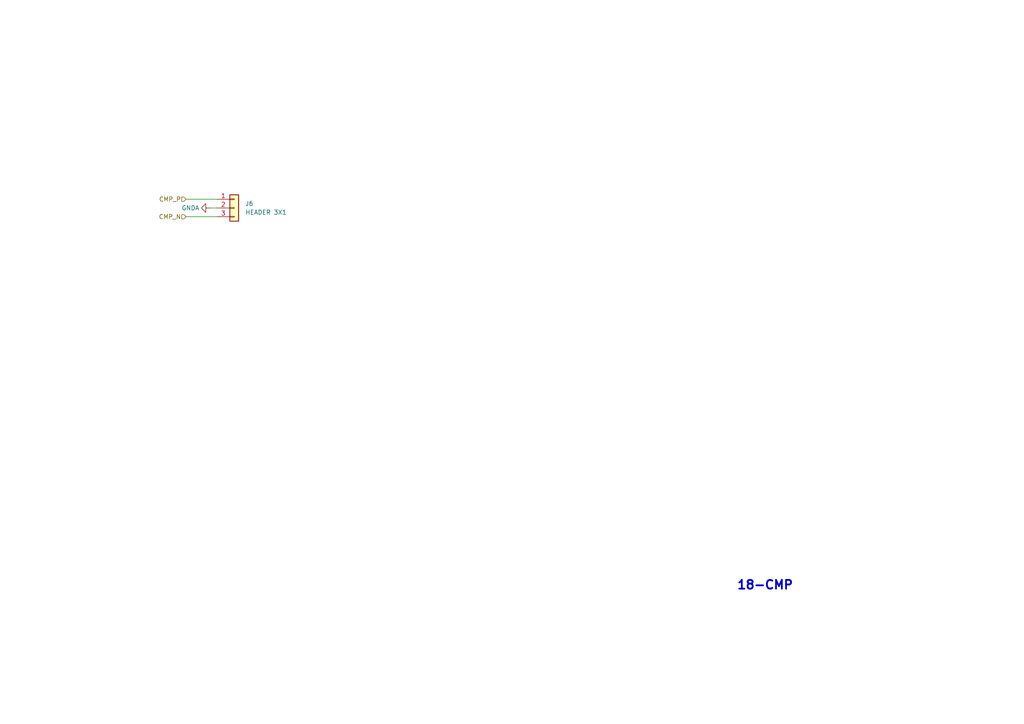
<source format=kicad_sch>
(kicad_sch (version 20230121) (generator eeschema)
  (paper "A4")
  (lib_symbols
    (symbol "00_HPM_power:GNDA" (power) (pin_names (offset 0))
      (property "Value" "GNDA" (at 0 -5.08 0))
      (symbol "GNDA_0_1"
        (polyline (pts (xy 0 0) (xy 0 -1.27) (xy 1.27 -1.27) (xy 0 -2.54) (xy -1.27 -1.27) (xy 0 -1.27)))
      )
      (symbol "GNDA_1_1"
        (pin power_in line (at 0 0 270) (length 0) hide (name "GNDA") (number "1"))
      )
    )
    (symbol "05_HPM_Connector_PinHeader:Conn_01x03" (pin_names (offset 1.016) hide)
      (property "Reference" "J" (at 0 5.08 0))
      (symbol "Conn_01x03_1_1"
        (rectangle (start 1.27 -2.413) (end 2.54 -2.667) (stroke (width 0.1524)))
        (rectangle (start 1.27 0.127) (end 2.54 -0.127) (stroke (width 0.1524)))
        (rectangle (start 1.27 2.667) (end 2.54 2.413) (stroke (width 0.1524)))
        (rectangle (start 1.27 3.81) (end 3.81 -3.81) (stroke (width 0.254)) (fill (type background)))
        (pin passive line (at -2.54 2.54 0) (length 3.81) (name "Pin_1") (number "1"))
        (pin passive line (at -2.54 0 0) (length 3.81) (name "Pin_2") (number "2"))
        (pin passive line (at -2.54 -2.54 0) (length 3.81) (name "Pin_3") (number "3"))
      )
    )
  )
  (wire (pts (xy 60.96 60.325) (xy 62.865 60.325)))
  (wire (pts (xy 53.975 57.785) (xy 62.865 57.785)))
  (wire (pts (xy 53.975 62.865) (xy 62.865 62.865)))
  (text "18-CMP" (at 213.614 171.323 0) (effects (font (size 2.54 2.54) (thickness 0.508) bold) (justify left bottom)))
  (hierarchical_label "CMP_P" (shape input) (at 53.975 57.785 180))
  (hierarchical_label "CMP_N" (shape input) (at 53.975 62.865 180))
  (symbol (lib_id "00_HPM_power:GNDA") (at 60.96 60.325 270) (unit 1)
    (property "Reference" "#PWR074" (effects hide))
    (property "Value" "GNDA" (at 55.245 60.325 90))
    (instances (project "HPM62_63_144_ADC_EVK_RevC" (path "" (reference "#PWR074") (unit 1)) (path "" (reference "#PWR088") (unit 1)) (path "" (reference "#PWR0224") (unit 1)) (path "" (reference "#PWR0278") (unit 1))))
  )
  (symbol (lib_id "05_HPM_Connector_PinHeader:Conn_01x03") (at 65.405 60.325 0) (unit 1)
    (property "Reference" "J6" (at 71.12 59.055 0) (effects (justify left)))
    (property "Value" "HEADER 3X1" (at 71.12 61.595 0) (effects (justify left)))
    (property "Footprint" "05_HPM_Connector_PinHeader:PinHeader_1x03_P2.54mm_Vertical" (effects hide))
    (property "Model" " PZ254V-11-04P" (effects hide))
    (property "Company" " XFCN(兴飞) " (effects hide))
  )
)
</source>
